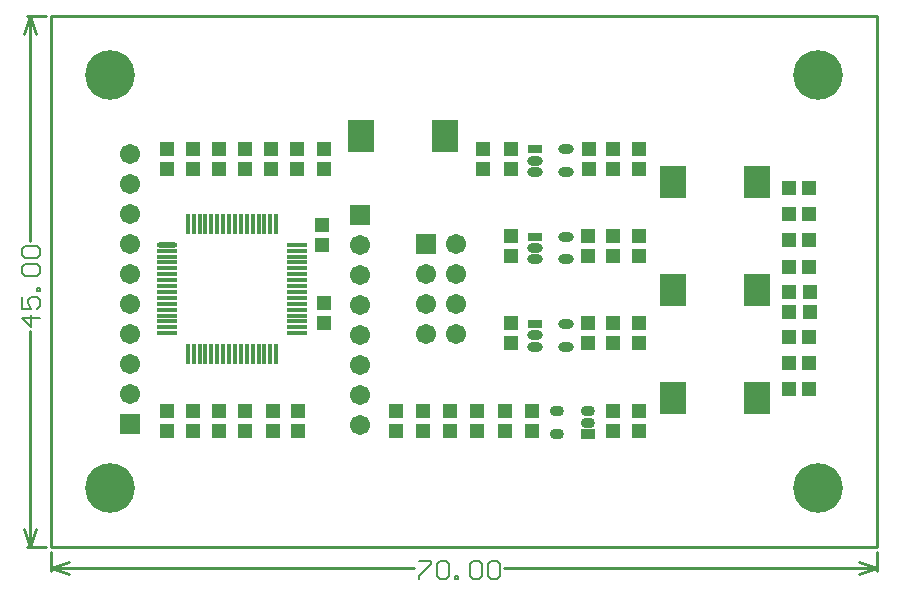
<source format=gts>
G04*
G04 #@! TF.GenerationSoftware,Altium Limited,Altium Designer,18.1.9 (240)*
G04*
G04 Layer_Color=8388736*
%FSLAX24Y24*%
%MOIN*%
G70*
G01*
G75*
%ADD14C,0.0100*%
%ADD15C,0.0060*%
%ADD26O,0.0513X0.0316*%
%ADD27R,0.0513X0.0316*%
%ADD28R,0.0867X0.1064*%
%ADD29R,0.0513X0.0474*%
%ADD30R,0.0474X0.0513*%
%ADD31O,0.0690X0.0178*%
%ADD32R,0.0690X0.0178*%
%ADD33R,0.0178X0.0690*%
%ADD34R,0.0470X0.0352*%
%ADD35O,0.0470X0.0352*%
%ADD36C,0.0671*%
%ADD37R,0.0671X0.0671*%
%ADD38C,0.1655*%
D14*
X27559Y0D02*
Y17717D01*
X0D02*
X27559D01*
X0Y0D02*
X27559D01*
X0D02*
Y17717D01*
X-900Y600D02*
X-700Y0D01*
X-500Y600D01*
X-700Y17717D02*
X-500Y17117D01*
X-900D02*
X-700Y17717D01*
Y0D02*
Y7189D01*
Y10208D02*
Y17717D01*
X-800Y0D02*
X-150D01*
X-800Y17717D02*
X-150D01*
X0Y-700D02*
X600Y-500D01*
X0Y-700D02*
X600Y-900D01*
X26959D02*
X27559Y-700D01*
X26959Y-500D02*
X27559Y-700D01*
X0D02*
X12110D01*
X15129D02*
X27559D01*
X0Y-800D02*
Y-150D01*
X27559Y-800D02*
Y-150D01*
D15*
X-340Y7649D02*
X-940D01*
X-640Y7349D01*
Y7749D01*
X-940Y8348D02*
Y7949D01*
X-640D01*
X-740Y8148D01*
Y8248D01*
X-640Y8348D01*
X-440D01*
X-340Y8248D01*
Y8048D01*
X-440Y7949D01*
X-340Y8548D02*
X-440D01*
Y8648D01*
X-340D01*
Y8548D01*
X-840Y9048D02*
X-940Y9148D01*
Y9348D01*
X-840Y9448D01*
X-440D01*
X-340Y9348D01*
Y9148D01*
X-440Y9048D01*
X-840D01*
Y9648D02*
X-940Y9748D01*
Y9948D01*
X-840Y10048D01*
X-440D01*
X-340Y9948D01*
Y9748D01*
X-440Y9648D01*
X-840D01*
X12270Y-460D02*
X12670D01*
Y-560D01*
X12270Y-960D01*
Y-1060D01*
X12870Y-560D02*
X12970Y-460D01*
X13170D01*
X13270Y-560D01*
Y-960D01*
X13170Y-1060D01*
X12970D01*
X12870Y-960D01*
Y-560D01*
X13470Y-1060D02*
Y-960D01*
X13570D01*
Y-1060D01*
X13470D01*
X13969Y-560D02*
X14069Y-460D01*
X14269D01*
X14369Y-560D01*
Y-960D01*
X14269Y-1060D01*
X14069D01*
X13969Y-960D01*
Y-560D01*
X14569D02*
X14669Y-460D01*
X14869D01*
X14969Y-560D01*
Y-960D01*
X14869Y-1060D01*
X14669D01*
X14569Y-960D01*
Y-560D01*
D26*
X17174Y12507D02*
D03*
Y13255D02*
D03*
X16150Y12507D02*
D03*
Y12881D02*
D03*
X17174Y6686D02*
D03*
Y7434D02*
D03*
X16150Y6686D02*
D03*
Y7060D02*
D03*
X17174Y9596D02*
D03*
Y10344D02*
D03*
X16150Y9596D02*
D03*
Y9970D02*
D03*
D27*
Y13255D02*
D03*
Y7434D02*
D03*
Y10344D02*
D03*
D28*
X13150Y13720D02*
D03*
X10350D02*
D03*
X23550Y12180D02*
D03*
X20750D02*
D03*
X23550Y8584D02*
D03*
X20750D02*
D03*
X23550Y4988D02*
D03*
X20750D02*
D03*
D29*
X25285Y5283D02*
D03*
X24615D02*
D03*
X25285Y6141D02*
D03*
X24615D02*
D03*
Y6998D02*
D03*
X25285D02*
D03*
Y9348D02*
D03*
X24615D02*
D03*
X25285Y10222D02*
D03*
X24615D02*
D03*
X25285Y11095D02*
D03*
X24615D02*
D03*
Y11968D02*
D03*
X25285D02*
D03*
D30*
X24600Y7848D02*
D03*
Y8518D02*
D03*
X25300Y7848D02*
D03*
Y8518D02*
D03*
X19600Y6794D02*
D03*
Y7464D02*
D03*
X18750Y6794D02*
D03*
Y7464D02*
D03*
X17900Y6794D02*
D03*
Y7464D02*
D03*
X15350Y6794D02*
D03*
Y7464D02*
D03*
X19600Y10374D02*
D03*
Y9705D02*
D03*
X18750D02*
D03*
Y10374D02*
D03*
X17900Y9705D02*
D03*
Y10374D02*
D03*
X15350Y9705D02*
D03*
Y10374D02*
D03*
X19600Y13285D02*
D03*
Y12615D02*
D03*
X18750Y13285D02*
D03*
Y12615D02*
D03*
X17950Y13285D02*
D03*
Y12615D02*
D03*
X15350Y13285D02*
D03*
Y12615D02*
D03*
X14400Y12615D02*
D03*
Y13285D02*
D03*
X14230Y4553D02*
D03*
Y3884D02*
D03*
X12410Y4553D02*
D03*
Y3884D02*
D03*
X13320D02*
D03*
Y4553D02*
D03*
X16050D02*
D03*
Y3884D02*
D03*
X19600Y4553D02*
D03*
Y3884D02*
D03*
X11500Y4553D02*
D03*
Y3884D02*
D03*
X9100Y7481D02*
D03*
Y8150D02*
D03*
X9058Y10082D02*
D03*
Y10751D02*
D03*
X8233Y3884D02*
D03*
Y4553D02*
D03*
X7400Y4535D02*
D03*
Y3865D02*
D03*
X6488Y4553D02*
D03*
Y3884D02*
D03*
X5615Y4553D02*
D03*
Y3884D02*
D03*
X4743Y4553D02*
D03*
Y3884D02*
D03*
X3871Y4553D02*
D03*
Y3884D02*
D03*
X9100Y12615D02*
D03*
Y13285D02*
D03*
X8228D02*
D03*
Y12615D02*
D03*
X7357Y13285D02*
D03*
Y12615D02*
D03*
X6485Y13285D02*
D03*
Y12615D02*
D03*
X5614Y13285D02*
D03*
Y12615D02*
D03*
X4742Y13285D02*
D03*
Y12615D02*
D03*
X3871Y13285D02*
D03*
Y12615D02*
D03*
X18750Y3884D02*
D03*
Y4553D02*
D03*
X15140Y3884D02*
D03*
Y4553D02*
D03*
D31*
X3893Y10082D02*
D03*
D32*
Y9885D02*
D03*
Y9688D02*
D03*
Y9491D02*
D03*
Y9294D02*
D03*
Y9098D02*
D03*
Y8901D02*
D03*
Y8704D02*
D03*
Y8507D02*
D03*
Y8310D02*
D03*
Y8113D02*
D03*
Y7917D02*
D03*
Y7720D02*
D03*
Y7523D02*
D03*
Y7326D02*
D03*
Y7129D02*
D03*
X8204D02*
D03*
Y7326D02*
D03*
Y7523D02*
D03*
Y7720D02*
D03*
Y7917D02*
D03*
Y8113D02*
D03*
Y8310D02*
D03*
Y8507D02*
D03*
Y8704D02*
D03*
Y8901D02*
D03*
Y9098D02*
D03*
Y9294D02*
D03*
Y9491D02*
D03*
Y9688D02*
D03*
Y9885D02*
D03*
Y10082D02*
D03*
D33*
X4572Y6450D02*
D03*
X4769D02*
D03*
X4966D02*
D03*
X5163D02*
D03*
X5359D02*
D03*
X5556D02*
D03*
X5753D02*
D03*
X5950D02*
D03*
X6147D02*
D03*
X6344D02*
D03*
X6541D02*
D03*
X6737D02*
D03*
X6934D02*
D03*
X7131D02*
D03*
X7328D02*
D03*
X7525D02*
D03*
Y10761D02*
D03*
X7328D02*
D03*
X7131D02*
D03*
X6934D02*
D03*
X6737D02*
D03*
X6541D02*
D03*
X6344D02*
D03*
X6147D02*
D03*
X5950D02*
D03*
X5753D02*
D03*
X5556D02*
D03*
X5359D02*
D03*
X5163D02*
D03*
X4966D02*
D03*
X4769D02*
D03*
X4572D02*
D03*
D34*
X17900Y3775D02*
D03*
D35*
Y4149D02*
D03*
Y4523D02*
D03*
X16880Y3775D02*
D03*
Y4523D02*
D03*
D36*
X10300Y4088D02*
D03*
Y5088D02*
D03*
Y6088D02*
D03*
Y7088D02*
D03*
Y8088D02*
D03*
Y9088D02*
D03*
Y10088D02*
D03*
X2650Y5100D02*
D03*
Y7100D02*
D03*
Y8100D02*
D03*
Y9100D02*
D03*
Y10100D02*
D03*
Y11100D02*
D03*
Y12100D02*
D03*
Y13100D02*
D03*
Y6100D02*
D03*
X13500Y10100D02*
D03*
X12500Y9100D02*
D03*
X13500D02*
D03*
X12500Y8100D02*
D03*
X13500D02*
D03*
X12500Y7100D02*
D03*
X13500D02*
D03*
D37*
X10300Y11088D02*
D03*
X2650Y4100D02*
D03*
X12500Y10100D02*
D03*
D38*
X1969Y1969D02*
D03*
Y15748D02*
D03*
X25591Y1969D02*
D03*
Y15748D02*
D03*
M02*

</source>
